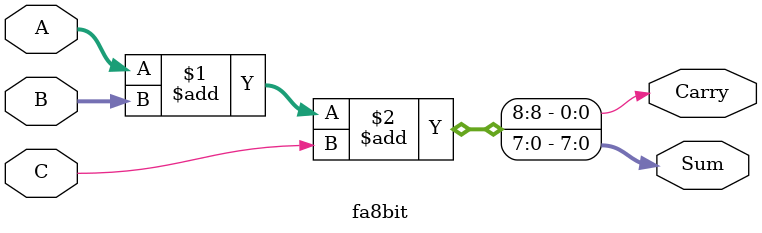
<source format=v>
module fa8bit(A,B,C,Sum,Carry);

   input [7:0]A,B;
   input      C;
   output [7:0] Sum;
   output 	Carry;

   assign{Carry,Sum}= A + B + C;
endmodule   

</source>
